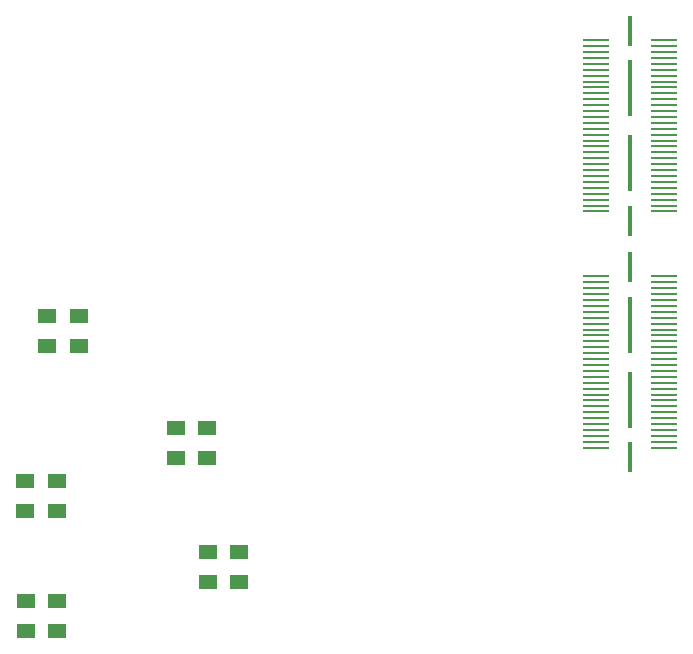
<source format=gtp>
G04 #@! TF.GenerationSoftware,KiCad,Pcbnew,(5.1.10)-1*
G04 #@! TF.CreationDate,2021-09-09T21:29:34+03:00*
G04 #@! TF.ProjectId,Jetson_camera_interposer,4a657473-6f6e-45f6-9361-6d6572615f69,rev?*
G04 #@! TF.SameCoordinates,Original*
G04 #@! TF.FileFunction,Paste,Top*
G04 #@! TF.FilePolarity,Positive*
%FSLAX46Y46*%
G04 Gerber Fmt 4.6, Leading zero omitted, Abs format (unit mm)*
G04 Created by KiCad (PCBNEW (5.1.10)-1) date 2021-09-09 21:29:34*
%MOMM*%
%LPD*%
G01*
G04 APERTURE LIST*
%ADD10R,2.268220X0.279400*%
%ADD11R,0.431800X2.540000*%
%ADD12R,0.431800X4.699000*%
%ADD13R,1.500000X1.300000*%
G04 APERTURE END LIST*
D10*
X149039880Y-120749140D03*
X143340120Y-120749140D03*
X149039880Y-120248760D03*
X143340120Y-120248760D03*
X149039880Y-119748380D03*
X143340120Y-119748380D03*
X149039880Y-119248000D03*
X143340120Y-119248000D03*
X149039880Y-118747620D03*
X143340120Y-118747620D03*
X149039880Y-118249780D03*
X143340120Y-118249780D03*
X149039880Y-117749400D03*
X143340120Y-117749400D03*
X149039880Y-117249020D03*
X143340120Y-117249020D03*
X149039880Y-116748640D03*
X143340120Y-116748640D03*
X149039880Y-116248260D03*
X143340120Y-116248260D03*
X149039880Y-115747880D03*
X143340120Y-115747880D03*
X149039880Y-115247500D03*
X143340120Y-115247500D03*
X149039880Y-114749660D03*
X143340120Y-114749660D03*
X149039880Y-114249280D03*
X143340120Y-114249280D03*
X149039880Y-113748900D03*
X143340120Y-113748900D03*
X149039880Y-113248520D03*
X143340120Y-113248520D03*
X149039880Y-112748140D03*
X143340120Y-112748140D03*
X149039880Y-112247760D03*
X143340120Y-112247760D03*
X149039880Y-111749920D03*
X143340120Y-111749920D03*
X149039880Y-111249540D03*
X143340120Y-111249540D03*
X149039880Y-110749160D03*
X143340120Y-110749160D03*
X149039880Y-110248780D03*
X143340120Y-110248780D03*
X149039880Y-109748400D03*
X143340120Y-109748400D03*
X149039880Y-109248020D03*
X143340120Y-109248020D03*
X149039880Y-108747640D03*
X143340120Y-108747640D03*
X149039880Y-108249800D03*
X143340120Y-108249800D03*
X149039880Y-107749420D03*
X143340120Y-107749420D03*
X149039880Y-107249040D03*
X143340120Y-107249040D03*
X149039880Y-106748660D03*
X143340120Y-106748660D03*
X149039880Y-106248280D03*
X143340120Y-106248280D03*
X149039880Y-100751720D03*
X143340120Y-100751720D03*
X149039880Y-100251340D03*
X143340120Y-100251340D03*
X149039880Y-99750960D03*
X143340120Y-99750960D03*
X149039880Y-99250580D03*
X143340120Y-99250580D03*
X149039880Y-98750200D03*
X143340120Y-98750200D03*
X149039880Y-98252360D03*
X143340120Y-98252360D03*
X149039880Y-97751980D03*
X143340120Y-97751980D03*
X149039880Y-97251600D03*
X143340120Y-97251600D03*
X149039880Y-96751220D03*
X143340120Y-96751220D03*
X149039880Y-96250840D03*
X143340120Y-96250840D03*
X149039880Y-95750460D03*
X143340120Y-95750460D03*
X149039880Y-95250080D03*
X143340120Y-95250080D03*
X149039880Y-94752240D03*
X143340120Y-94752240D03*
X149039880Y-94251860D03*
X143340120Y-94251860D03*
X149039880Y-93751480D03*
X143340120Y-93751480D03*
X149039880Y-93251100D03*
X143340120Y-93251100D03*
X149039880Y-92750720D03*
X143340120Y-92750720D03*
X149039880Y-92250340D03*
X143340120Y-92250340D03*
X149039880Y-91752500D03*
X143340120Y-91752500D03*
X149039880Y-91252120D03*
X143340120Y-91252120D03*
X149039880Y-90751740D03*
X143340120Y-90751740D03*
X149039880Y-90251360D03*
X143340120Y-90251360D03*
X149039880Y-89750980D03*
X143340120Y-89750980D03*
X149039880Y-89250600D03*
X143340120Y-89250600D03*
X149039880Y-88750220D03*
X143340120Y-88750220D03*
X149039880Y-88252380D03*
X143340120Y-88252380D03*
X149039880Y-87752000D03*
X143340120Y-87752000D03*
X149039880Y-87251620D03*
X143340120Y-87251620D03*
X149039880Y-86751240D03*
X143340120Y-86751240D03*
X149039880Y-86250860D03*
X143340120Y-86250860D03*
D11*
X146190000Y-121549240D03*
D12*
X146190000Y-116697840D03*
X146190000Y-110347840D03*
D11*
X146190000Y-105448180D03*
X146190000Y-101551820D03*
D12*
X146190000Y-96652160D03*
X146190000Y-90302160D03*
D11*
X146190000Y-85450760D03*
D13*
X110437816Y-129580906D03*
X113137816Y-129580906D03*
X95030146Y-136250012D03*
X97730146Y-136250012D03*
X95010660Y-126112956D03*
X97710660Y-126112956D03*
X110437816Y-132120906D03*
X113137816Y-132120906D03*
X95030146Y-133710012D03*
X97730146Y-133710012D03*
X95010660Y-123572956D03*
X97710660Y-123572956D03*
X110429800Y-121666000D03*
X107729800Y-121666000D03*
X99534738Y-109639220D03*
X96834738Y-109639220D03*
X110429800Y-119126000D03*
X107729800Y-119126000D03*
X99534738Y-112179220D03*
X96834738Y-112179220D03*
M02*

</source>
